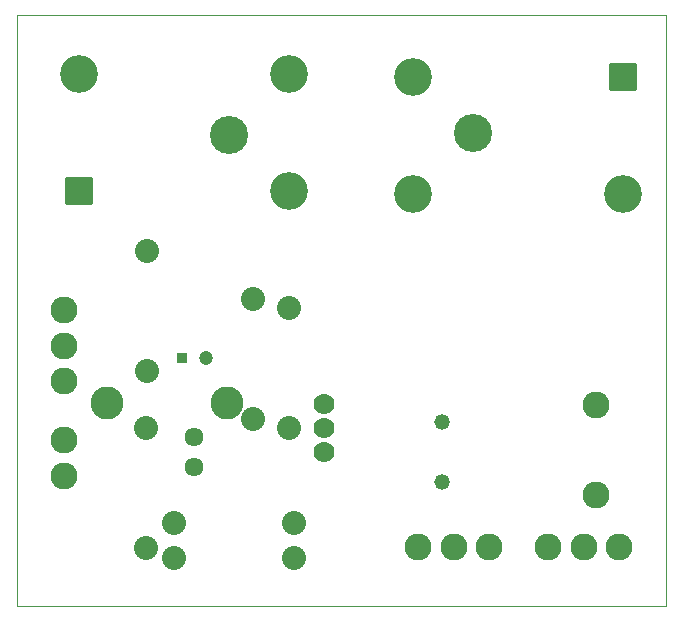
<source format=gbr>
G04 PROTEUS GERBER X2 FILE*
%TF.GenerationSoftware,Labcenter,Proteus,8.17-SP2-Build37159*%
%TF.CreationDate,2025-08-15T22:28:22+00:00*%
%TF.FileFunction,Soldermask,Bot*%
%TF.FilePolarity,Negative*%
%TF.Part,Single*%
%TF.SameCoordinates,{0e15ee55-a332-4318-b2cf-7b0c010742ed}*%
%FSLAX45Y45*%
%MOMM*%
G01*
%TA.AperFunction,Material*%
%ADD25C,2.032000*%
%TA.AperFunction,Material*%
%ADD26C,1.778000*%
%TA.AperFunction,Material*%
%ADD27C,1.610000*%
%ADD28C,1.200000*%
%AMPPAD021*
4,1,36,
-0.388900,0.438900,
0.388900,0.438900,
0.398980,0.437880,
0.408360,0.434970,
0.416850,0.430360,
0.424250,0.424250,
0.430360,0.416850,
0.434970,0.408360,
0.437880,0.398980,
0.438900,0.388900,
0.438900,-0.388900,
0.437880,-0.398980,
0.434970,-0.408360,
0.430360,-0.416850,
0.424250,-0.424250,
0.416850,-0.430360,
0.408360,-0.434970,
0.398980,-0.437880,
0.388900,-0.438900,
-0.388900,-0.438900,
-0.398980,-0.437880,
-0.408360,-0.434970,
-0.416850,-0.430360,
-0.424250,-0.424250,
-0.430360,-0.416850,
-0.434970,-0.408360,
-0.437880,-0.398980,
-0.438900,-0.388900,
-0.438900,0.388900,
-0.437880,0.398980,
-0.434970,0.408360,
-0.430360,0.416850,
-0.424250,0.424250,
-0.416850,0.430360,
-0.408360,0.434970,
-0.398980,0.437880,
-0.388900,0.438900,
0*%
%ADD29PPAD021*%
%ADD72C,1.320000*%
%TA.AperFunction,Material*%
%ADD73C,3.225800*%
%AMPPAD024*
4,1,36,
-1.096010,1.146010,
1.096010,1.146010,
1.106090,1.144990,
1.115470,1.142080,
1.123960,1.137470,
1.131360,1.131360,
1.137470,1.123960,
1.142080,1.115470,
1.144990,1.106090,
1.146010,1.096010,
1.146010,-1.096010,
1.144990,-1.106090,
1.142080,-1.115470,
1.137470,-1.123960,
1.131360,-1.131360,
1.123960,-1.137470,
1.115470,-1.142080,
1.106090,-1.144990,
1.096010,-1.146010,
-1.096010,-1.146010,
-1.106090,-1.144990,
-1.115470,-1.142080,
-1.123960,-1.137470,
-1.131360,-1.131360,
-1.137470,-1.123960,
-1.142080,-1.115470,
-1.144990,-1.106090,
-1.146010,-1.096010,
-1.146010,1.096010,
-1.144990,1.106090,
-1.142080,1.115470,
-1.137470,1.123960,
-1.131360,1.131360,
-1.123960,1.137470,
-1.115470,1.142080,
-1.106090,1.144990,
-1.096010,1.146010,
0*%
%ADD30PPAD024*%
%ADD31C,3.200000*%
%TA.AperFunction,Material*%
%ADD32C,2.286000*%
%TA.AperFunction,Material*%
%ADD33C,2.794000*%
%TA.AperFunction,Profile*%
%ADD20C,0.101600*%
%TD.AperFunction*%
D25*
X+1090500Y+1500000D03*
X+1090500Y+484000D03*
X+2000000Y+2600000D03*
X+2000000Y+1584000D03*
X+2300000Y+1500000D03*
X+2300000Y+2516000D03*
D26*
X+2600000Y+1703200D03*
X+2600000Y+1500000D03*
X+2600000Y+1296800D03*
D25*
X+2343000Y+400000D03*
X+1327000Y+400000D03*
X+2343000Y+700000D03*
X+1327000Y+700000D03*
D27*
X+1500000Y+1173000D03*
X+1500000Y+1427000D03*
D28*
X+1600000Y+2100000D03*
D29*
X+1400000Y+2100000D03*
D72*
X+3600000Y+1046000D03*
X+3600000Y+1554000D03*
D73*
X+3861000Y+4000000D03*
D30*
X+5131000Y+4475000D03*
D31*
X+5131000Y+3484000D03*
X+3353000Y+4475000D03*
X+3353000Y+3484000D03*
D73*
X+1792000Y+3984000D03*
D30*
X+522000Y+3509000D03*
D31*
X+522000Y+4500000D03*
X+2300000Y+3509000D03*
X+2300000Y+4500000D03*
D32*
X+3400000Y+500000D03*
X+3700000Y+500000D03*
X+4000000Y+500000D03*
X+4500000Y+500000D03*
X+4800000Y+500000D03*
X+5100000Y+500000D03*
X+4900000Y+938000D03*
X+4900000Y+1700000D03*
D25*
X+1100000Y+3000000D03*
X+1100000Y+1984000D03*
D32*
X+400000Y+1400000D03*
X+400000Y+1100000D03*
X+400000Y+2500000D03*
X+400000Y+2200000D03*
X+400000Y+1900000D03*
D33*
X+1778000Y+1714500D03*
X+762000Y+1714500D03*
D20*
X+0Y+0D02*
X+5500000Y+0D01*
X+5500000Y+5000000D01*
X+0Y+0D02*
X+0Y+5000000D01*
X+5500000Y+5000000D01*
M02*

</source>
